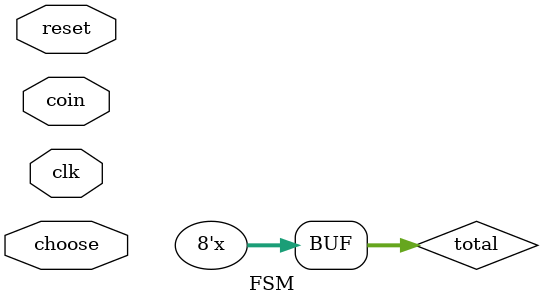
<source format=v>

`define TRUE 1'b1
`define FALSE 1'b0



module FSM(coin, choose, clk, reset);


reg [7:0] total;
input clk, reset;
input [7:0] coin;
input [2:0] choose;

parameter TEA = 3'd1,
	  COKE = 3'd2,
	  COFFEE = 3'd3,
	  MILK = 3'd4;

parameter S0 = 2'b00,
	  S1 = 2'b01,
	  S2 = 2'b10,
	  S3 = 2'b11;


reg [1:0] state;
reg [1:0] next_state;

initial
begin
total = 0;
#5
state <= S0;
end


always @(clk)
begin
	state <= next_state;
end

always @(coin)
begin
total = total + coin;
end


always @(state)
begin
case(state)
	S0: begin
		if(coin > 8'd0)
		begin
			$display("coin %d,\t total %d dollars", coin, total);
		end
	    end
	S1: begin
		if(coin == 0) ;
		else if(total >= 8'd25)
			$display("tea | coke | coffee | milk");
		else if(total >= 8'd20)
			$display("tea | coke | coffee");
		else if(total >= 8'd15)
			$display("tea | coke");
		else if(total >= 8'd10)
			$display("tea");
	    end
	S2: begin
		if(choose == TEA)
		begin
			$display("tea out");
			total = total - 8'd10;
		end
		else if(choose == COKE)
		begin
			$display("coke out");
			total = total - 8'd15;
		end
			
		else if(choose == COFFEE)
		begin
			$display("coffee out");
			total = total - 8'd20;
		end
		else if(choose == MILK)
		begin
			$display("milk out");
			total = total - 8'd25;
		end
	    end
	S3: begin
		$display("exchange %d dollars", total);
		total = 0;
	    end
endcase
end


always @(state or coin or choose)
begin
	case (state)
		S0: begin
		    if(total >= 8'd10)	// ??????
			next_state = S1;
		    else
			next_state = S0;
		    end

		S1: begin
		    if(choose == TEA || choose == COKE || choose == COFFEE || choose == MILK)
			next_state = S2;
		    else if (coin == 0)
			next_state = S1;
		    else
			next_state = S0;
		    end

		S2: begin
		    if(choose == TEA || choose == COKE || choose == COFFEE || choose == MILK)
			next_state = S3;
		    else
			next_state = S2;
		    end
		S3: next_state = S0;

		default: next_state = S0;
	endcase
end

endmodule






</source>
